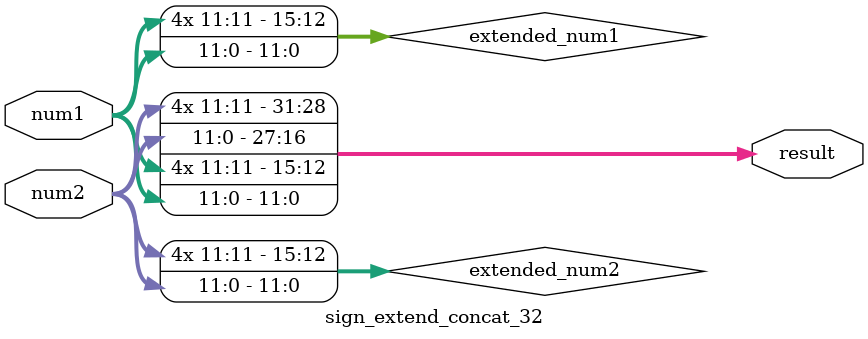
<source format=v>
module sign_extend_concat_32 (
    input  [11:0] num1,         // 12-bit input number 1
    input  [11:0] num2,         // 12-bit input number 2
    output [31:0] result        // 32-bit concatenated result (note: now truly 32-bit)
);

    wire [15:0] extended_num1, extended_num2;

    // Sign-extend by replicating the sign bit (bit 11) into the top 4 bits
    assign extended_num1 = { {4{num1[11]}}, num1 };
    assign extended_num2 = { {4{num2[11]}}, num2 };

    // Concatenate both extended numbers
    assign result = {extended_num2, extended_num1}; 

endmodule

</source>
